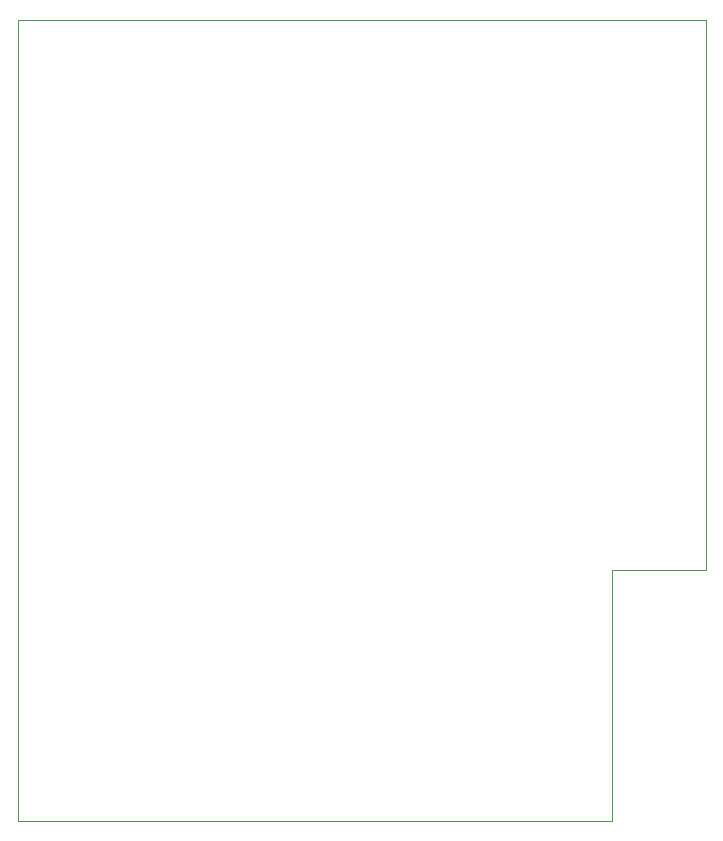
<source format=gbr>
%TF.GenerationSoftware,KiCad,Pcbnew,(5.1.10)-1*%
%TF.CreationDate,2022-01-19T08:49:31+07:00*%
%TF.ProjectId,Digital_module_v3,44696769-7461-46c5-9f6d-6f64756c655f,rev?*%
%TF.SameCoordinates,Original*%
%TF.FileFunction,Profile,NP*%
%FSLAX46Y46*%
G04 Gerber Fmt 4.6, Leading zero omitted, Abs format (unit mm)*
G04 Created by KiCad (PCBNEW (5.1.10)-1) date 2022-01-19 08:49:31*
%MOMM*%
%LPD*%
G01*
G04 APERTURE LIST*
%TA.AperFunction,Profile*%
%ADD10C,0.050000*%
%TD*%
G04 APERTURE END LIST*
D10*
X121208800Y-142800000D02*
X121208800Y-121589800D01*
X129146500Y-121589800D02*
X121208800Y-121589800D01*
X121208800Y-142800000D02*
X70853500Y-142800000D01*
X70853500Y-142800000D02*
X70853500Y-75000000D01*
X129146500Y-75000000D02*
X129146500Y-121589800D01*
X70853500Y-75000000D02*
X129146500Y-75000000D01*
M02*

</source>
